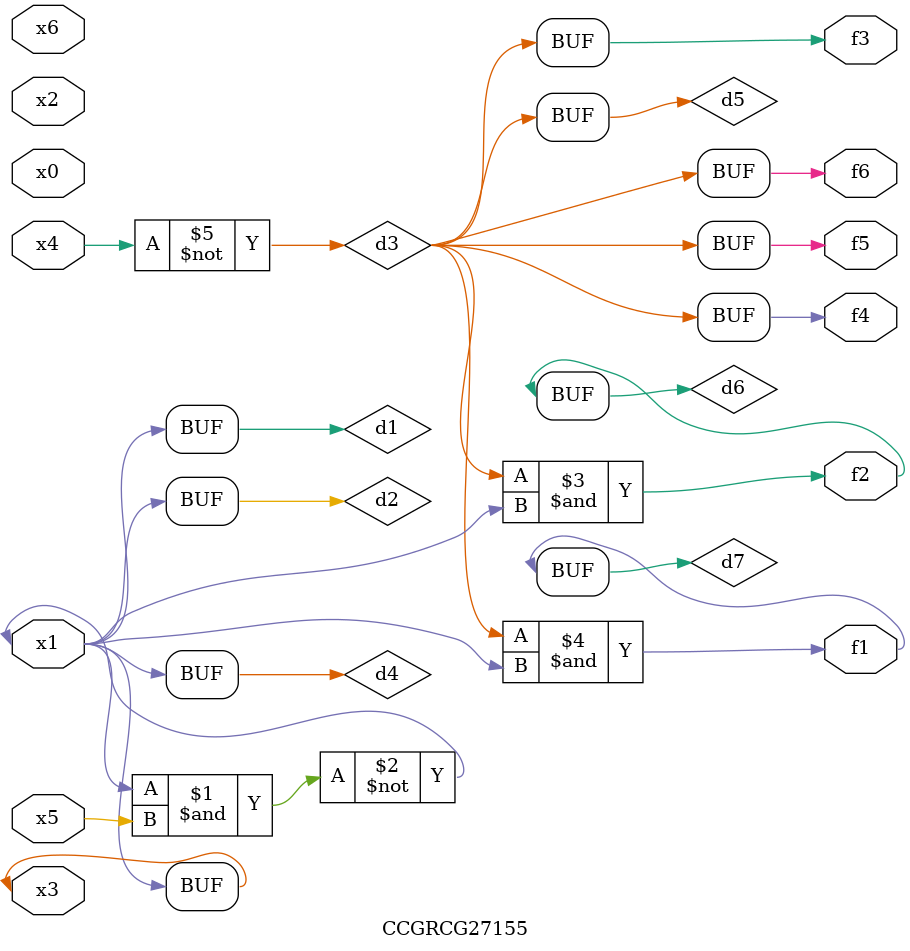
<source format=v>
module CCGRCG27155(
	input x0, x1, x2, x3, x4, x5, x6,
	output f1, f2, f3, f4, f5, f6
);

	wire d1, d2, d3, d4, d5, d6, d7;

	buf (d1, x1, x3);
	nand (d2, x1, x5);
	not (d3, x4);
	buf (d4, d1, d2);
	buf (d5, d3);
	and (d6, d3, d4);
	and (d7, d3, d4);
	assign f1 = d7;
	assign f2 = d6;
	assign f3 = d5;
	assign f4 = d5;
	assign f5 = d5;
	assign f6 = d5;
endmodule

</source>
